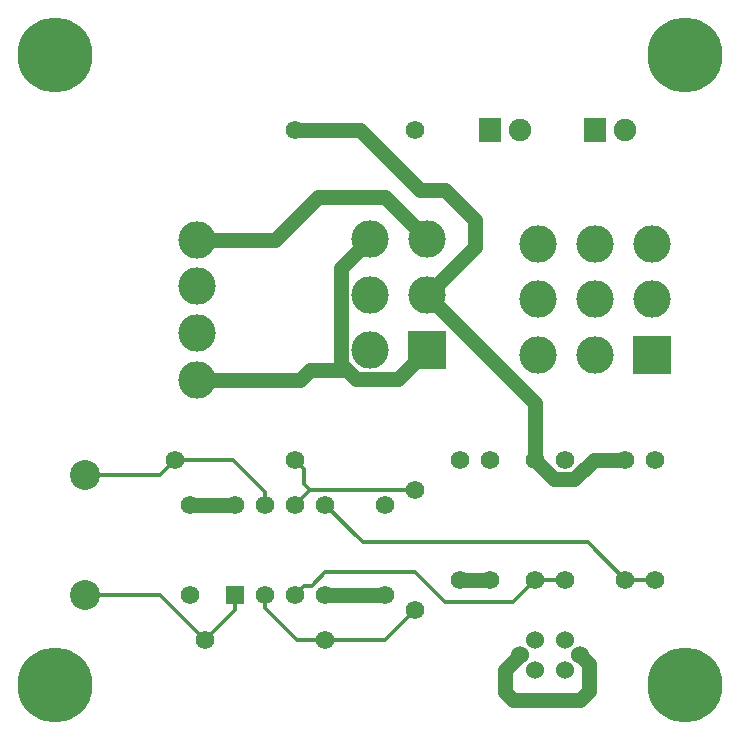
<source format=gbr>
G04 #@! TF.FileFunction,Copper,L1,Top,Signal*
%FSLAX46Y46*%
G04 Gerber Fmt 4.6, Leading zero omitted, Abs format (unit mm)*
G04 Created by KiCad (PCBNEW (2016-03-22 BZR 6643, Git db8c72c)-product) date 4/2/2016 6:33:22 PM*
%MOMM*%
G01*
G04 APERTURE LIST*
%ADD10C,0.100000*%
%ADD11C,1.574800*%
%ADD12R,1.900000X2.000000*%
%ADD13C,1.900000*%
%ADD14C,3.175000*%
%ADD15R,3.175000X3.175000*%
%ADD16R,1.574800X1.574800*%
%ADD17C,2.540000*%
%ADD18C,6.350000*%
%ADD19C,1.524000*%
%ADD20C,1.270000*%
%ADD21C,0.304800*%
G04 APERTURE END LIST*
D10*
D11*
X111760000Y-92710000D03*
X111760000Y-100330000D03*
X128270000Y-100330000D03*
X128270000Y-92710000D03*
D12*
X146050000Y-60960000D03*
D13*
X148590000Y-60960000D03*
D12*
X137160000Y-60960000D03*
D13*
X139700000Y-60960000D03*
D14*
X112318800Y-82143600D03*
X112318800Y-78181200D03*
X112318800Y-74218800D03*
X112318800Y-70256400D03*
D11*
X120650000Y-60960000D03*
X130810000Y-60960000D03*
X148590000Y-88878951D03*
X148590000Y-99038951D03*
X151130000Y-88900000D03*
X151130000Y-99060000D03*
X137160000Y-88900000D03*
X137160000Y-99060000D03*
X134620000Y-88900000D03*
X134620000Y-99060000D03*
X140970000Y-88900000D03*
X140970000Y-99060000D03*
X143510000Y-88900000D03*
X143510000Y-99060000D03*
X130810000Y-101600000D03*
X130810000Y-91440000D03*
X113030000Y-104140000D03*
X123190000Y-104140000D03*
X110490000Y-88900000D03*
X120650000Y-88900000D03*
D15*
X131800600Y-79629000D03*
D14*
X131800600Y-74930000D03*
X131800600Y-70231000D03*
X127000000Y-79629000D03*
X127000000Y-74930000D03*
X127000000Y-70231000D03*
D15*
X150850600Y-80010000D03*
D14*
X150850600Y-75311000D03*
X150850600Y-70612000D03*
X146050000Y-80010000D03*
X146050000Y-75311000D03*
X146050000Y-70612000D03*
X141249400Y-80010000D03*
X141249400Y-75311000D03*
X141249400Y-70612000D03*
D16*
X115570000Y-100330000D03*
D11*
X118110000Y-100330000D03*
X120650000Y-100330000D03*
X123190000Y-100330000D03*
X123190000Y-92710000D03*
X120650000Y-92710000D03*
X118110000Y-92710000D03*
X115570000Y-92710000D03*
D17*
X102870000Y-100330000D03*
X102870000Y-90170000D03*
D18*
X100330000Y-107950000D03*
X153670000Y-107950000D03*
X100330000Y-54610000D03*
X153670000Y-54610000D03*
D19*
X144780000Y-105410000D03*
X143510000Y-106680000D03*
X143510000Y-104140000D03*
X140970000Y-104140000D03*
X140970000Y-106680000D03*
X139700000Y-105410000D03*
D20*
X111760000Y-92710000D02*
X115570000Y-92710000D01*
X124574299Y-80793337D02*
X125060962Y-81280000D01*
X125060962Y-81280000D02*
X125835663Y-82054701D01*
X121920000Y-81280000D02*
X125060962Y-81280000D01*
X121056400Y-82143600D02*
X121920000Y-81280000D01*
X112318800Y-82143600D02*
X121056400Y-82143600D01*
X127000000Y-70231000D02*
X124574299Y-72656701D01*
X124574299Y-72656701D02*
X124574299Y-80793337D01*
X125835663Y-82054701D02*
X129374899Y-82054701D01*
X129374899Y-82054701D02*
X131800600Y-79629000D01*
X138430000Y-108585000D02*
X138430000Y-106680000D01*
X138430000Y-106680000D02*
X139700000Y-105410000D01*
X139065000Y-109220000D02*
X138430000Y-108585000D01*
X144780000Y-109220000D02*
X139065000Y-109220000D01*
X145541999Y-108458001D02*
X144780000Y-109220000D01*
X144780000Y-105410000D02*
X145541999Y-106171999D01*
X145541999Y-106171999D02*
X145541999Y-108458001D01*
X123190000Y-100330000D02*
X128270000Y-100330000D01*
X118973600Y-70256400D02*
X119380000Y-69850000D01*
X119380000Y-69850000D02*
X122555000Y-66675000D01*
X112318800Y-70256400D02*
X118973600Y-70256400D01*
X122555000Y-66675000D02*
X128244600Y-66675000D01*
X128244600Y-66675000D02*
X131800600Y-70231000D01*
D21*
X151130000Y-99060000D02*
X148611049Y-99060000D01*
X148611049Y-99060000D02*
X148590000Y-99038951D01*
X126365000Y-95885000D02*
X145436049Y-95885000D01*
X145436049Y-95885000D02*
X148590000Y-99038951D01*
X123190000Y-92710000D02*
X126365000Y-95885000D01*
X143510000Y-99060000D02*
X140970000Y-99060000D01*
X133350000Y-100965000D02*
X139065000Y-100965000D01*
X139065000Y-100965000D02*
X140970000Y-99060000D01*
X130810000Y-98425000D02*
X133350000Y-100965000D01*
X123190000Y-98425000D02*
X130810000Y-98425000D01*
X122072399Y-99542601D02*
X123190000Y-98425000D01*
X120650000Y-100330000D02*
X121437399Y-99542601D01*
X121437399Y-99542601D02*
X122072399Y-99542601D01*
X123190000Y-104140000D02*
X128270000Y-104140000D01*
X128270000Y-104140000D02*
X130810000Y-101600000D01*
X118110000Y-100330000D02*
X118110000Y-101443551D01*
X118110000Y-101443551D02*
X120806449Y-104140000D01*
X120806449Y-104140000D02*
X122076449Y-104140000D01*
X122076449Y-104140000D02*
X123190000Y-104140000D01*
X121437399Y-90957399D02*
X121920000Y-91440000D01*
X120650000Y-88900000D02*
X121437399Y-89687399D01*
X121437399Y-89687399D02*
X121437399Y-90957399D01*
X130810000Y-91440000D02*
X121920000Y-91440000D01*
X121920000Y-91440000D02*
X120650000Y-92710000D01*
X113030000Y-104140000D02*
X115570000Y-101600000D01*
X115570000Y-101600000D02*
X115570000Y-100330000D01*
X102870000Y-100330000D02*
X109220000Y-100330000D01*
X109220000Y-100330000D02*
X113030000Y-104140000D01*
X118110000Y-92710000D02*
X118110000Y-91596449D01*
X118110000Y-91596449D02*
X115413551Y-88900000D01*
X115413551Y-88900000D02*
X111603551Y-88900000D01*
X111603551Y-88900000D02*
X110490000Y-88900000D01*
X102870000Y-90170000D02*
X109220000Y-90170000D01*
X109220000Y-90170000D02*
X110490000Y-88900000D01*
D20*
X137160000Y-99060000D02*
X134620000Y-99060000D01*
X131800600Y-74930000D02*
X140970000Y-84099400D01*
X140970000Y-84099400D02*
X140970000Y-88900000D01*
X148590000Y-88878951D02*
X145936939Y-88878951D01*
X145936939Y-88878951D02*
X144290289Y-90525601D01*
X144290289Y-90525601D02*
X142595601Y-90525601D01*
X142595601Y-90525601D02*
X141757399Y-89687399D01*
X141757399Y-89687399D02*
X140970000Y-88900000D01*
X135890000Y-68580000D02*
X135890000Y-70840600D01*
X135890000Y-70840600D02*
X131800600Y-74930000D01*
X133350000Y-66040000D02*
X135890000Y-68580000D01*
X131199638Y-66040000D02*
X133350000Y-66040000D01*
X120650000Y-60960000D02*
X126119638Y-60960000D01*
X126119638Y-60960000D02*
X131199638Y-66040000D01*
M02*

</source>
